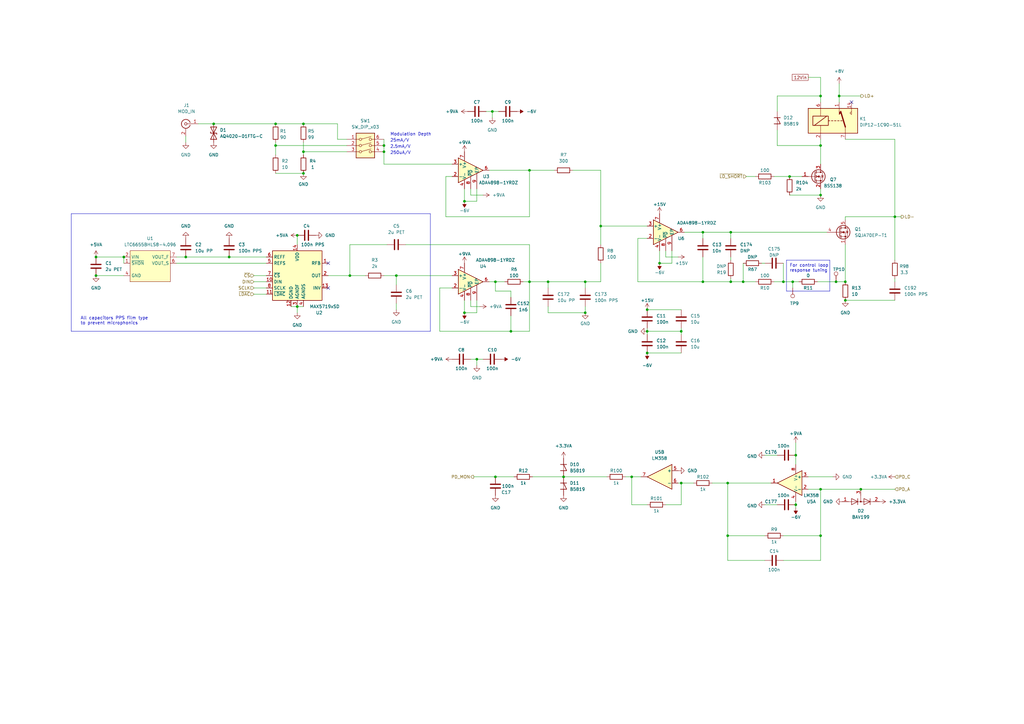
<source format=kicad_sch>
(kicad_sch (version 20230121) (generator eeschema)
  (paper "A3")
  (title_block (title "Kirdy") (date "2022-07-03") (rev "r0.1") (company "M-Labs") (comment 1 "Alex Wong Tat Hang"))
  (lib_symbols
    (symbol "Amplifier_Operational:ADA4898-1YRDZ" (pin_names (offset 0.127))
      (property "Reference" "U" (at 3.81 3.81 0))
      (property "Value" "ADA4898-1YRDZ" (at 11.43 -2.54 0))
      (symbol "ADA4898-1YRDZ_1_1"
        (pin input line (at -7.62 -2.54 0) (length 2.54) (name "-") (number "2"))
        (pin input line (at -7.62 2.54 0) (length 2.54) (name "+") (number "3"))
        (pin power_in line (at -2.54 -7.62 90) (length 3.81) (name "V-") (number "4"))
        (pin output line (at 7.62 0 180) (length 2.54) (name "~") (number "6"))
        (pin power_in line (at -2.54 7.62 270) (length 3.81) (name "V+") (number "7"))
        (pin input line (at 0 -7.62 90) (length 5.08) (name "~{PD}") (number "8"))
        (pin passive line (at 2.54 -7.62 90) (length 6.35) (name "EP") (number "9"))
      )
    )
    (symbol "Amplifier_Operational:LM358" (pin_names (offset 0.127))
      (property "Reference" "U" (at 0 5.08 0))
      (property "Value" "LM358" (at 0 -5.08 0))
      (symbol "LM358_1_1"
        (pin output line (at 7.62 0 180) (length 2.54) (name "~") (number "1"))
        (pin input line (at -7.62 -2.54 0) (length 2.54) (name "-") (number "2"))
        (pin input line (at -7.62 2.54 0) (length 2.54) (name "+") (number "3"))
      )
      (symbol "LM358_2_1"
        (pin input line (at -7.62 2.54 0) (length 2.54) (name "+") (number "5"))
        (pin input line (at -7.62 -2.54 0) (length 2.54) (name "-") (number "6"))
        (pin output line (at 7.62 0 180) (length 2.54) (name "~") (number "7"))
      )
      (symbol "LM358_3_1"
        (pin power_in line (at -2.54 -7.62 90) (length 3.81) (name "V-") (number "4"))
        (pin power_in line (at -2.54 7.62 270) (length 3.81) (name "V+") (number "8"))
      )
    )
    (symbol "Analog_DAC:MAX5719xSD"
      (property "Reference" "U" (at -10.16 11.43 0))
      (property "Value" "MAX5719xSD" (at 1.27 11.43 0))
      (symbol "MAX5719xSD_1_1"
        (pin passive line (at 12.7 5.08 180) (length 2.54) (name "RFB") (number "1"))
        (pin input line (at -12.7 -2.54 0) (length 2.54) (name "DIN") (number "10"))
        (pin input line (at -12.7 -7.62 0) (length 2.54) (name "~{LDAC}") (number "11"))
        (pin power_in line (at -2.54 -12.7 90) (length 2.54) (name "DGND") (number "12"))
        (pin passive line (at 12.7 -5.08 180) (length 2.54) (name "INV") (number "13"))
        (pin power_in line (at 0 12.7 270) (length 2.54) (name "VDD") (number "14"))
        (pin output line (at 12.7 0 180) (length 2.54) (name "OUT") (number "2"))
        (pin power_in line (at 0 -12.7 90) (length 2.54) (name "AGNDF") (number "3"))
        (pin power_in line (at 2.54 -12.7 90) (length 2.54) (name "AGNDS") (number "4"))
        (pin input line (at -12.7 5.08 0) (length 2.54) (name "REFS") (number "5"))
        (pin input line (at -12.7 7.62 0) (length 2.54) (name "REFF") (number "6"))
        (pin input line (at -12.7 0 0) (length 2.54) (name "~{CS}") (number "7"))
        (pin input line (at -12.7 -5.08 0) (length 2.54) (name "SCLK") (number "8"))
        (pin no_connect line (at 10.16 -7.62 180) (length 2.54) hide (name "NC") (number "9"))
      )
    )
    (symbol "Connector:Conn_Coaxial" (pin_names (offset 1.016) hide)
      (property "Reference" "J" (at 0.254 3.048 0))
      (property "Value" "Conn_Coaxial" (at 2.921 0 90))
      (symbol "Conn_Coaxial_1_1"
        (pin passive line (at -5.08 0 0) (length 2.54) (name "In") (number "1"))
        (pin passive line (at 0 -5.08 90) (length 2.54) (name "Ext") (number "2"))
      )
    )
    (symbol "Connector:TestPoint" (pin_numbers hide) (pin_names (offset 0.762) hide)
      (property "Reference" "TP" (at 0 6.858 0))
      (property "Value" "TestPoint" (at 0 5.08 0))
      (symbol "TestPoint_1_1"
        (pin passive line (at 0 0 90) (length 2.54) (name "1") (number "1"))
      )
    )
    (symbol "Device:C" (pin_numbers hide) (pin_names (offset 0.254))
      (property "Reference" "C" (at 0.635 2.54 0))
      (property "Value" "C" (at 0.635 -2.54 0))
      (symbol "C_1_1"
        (pin passive line (at 0 3.81 270) (length 2.794) (name "~") (number "1"))
        (pin passive line (at 0 -3.81 90) (length 2.794) (name "~") (number "2"))
      )
    )
    (symbol "Device:D_Shockley" (pin_numbers hide) (pin_names (offset 1.016) hide)
      (property "Reference" "D" (at 0 2.54 0))
      (property "Value" "D_Shockley" (at 0 -2.54 0))
      (symbol "D_Shockley_1_1"
        (pin passive line (at -3.81 0 0) (length 2.54) (name "K") (number "1"))
        (pin passive line (at 3.81 0 180) (length 2.54) (name "A") (number "2"))
      )
    )
    (symbol "Device:D_TVS" (pin_numbers hide) (pin_names (offset 1.016) hide)
      (property "Reference" "D" (at 0 2.54 0))
      (property "Value" "D_TVS" (at 0 -2.54 0))
      (symbol "D_TVS_1_1"
        (pin passive line (at -3.81 0 0) (length 2.54) (name "A1") (number "1"))
        (pin passive line (at 3.81 0 180) (length 2.54) (name "A2") (number "2"))
      )
    )
    (symbol "Device:R" (pin_numbers hide) (pin_names (offset 0))
      (property "Reference" "R" (at 2.032 0 90))
      (property "Value" "R" (at 0 0 90))
      (symbol "R_1_1"
        (pin passive line (at 0 3.81 270) (length 1.27) (name "~") (number "1"))
        (pin passive line (at 0 -3.81 90) (length 1.27) (name "~") (number "2"))
      )
    )
    (symbol "Diode:BAV99" (pin_names hide)
      (property "Reference" "D" (at 0 5.08 0))
      (property "Value" "BAV99" (at 0 2.54 0))
      (symbol "BAV99_1_1"
        (pin passive line (at -7.62 0 0) (length 2.54) (name "K") (number "1"))
        (pin passive line (at 7.62 0 180) (length 2.54) (name "A") (number "2"))
        (pin passive line (at 0 -5.08 90) (length 2.54) (name "K") (number "3"))
      )
    )
    (symbol "Relay:DIPxx-1Cxx-51x"
      (property "Reference" "K" (at 11.43 3.81 0))
      (property "Value" "DIPxx-1Cxx-51x" (at 11.43 1.27 0))
      (symbol "DIPxx-1Cxx-51x_1_1"
        (pin passive line (at 2.54 7.62 270) (length 2.54) (name "~") (number "1"))
        (pin passive line (at 7.62 7.62 270) (length 2.54) (name "~") (number "14"))
        (pin passive line (at -5.08 -7.62 90) (length 2.54) (name "~") (number "2"))
        (pin passive line (at -5.08 7.62 270) (length 2.54) (name "~") (number "6"))
        (pin passive line (at 5.08 -7.62 90) (length 2.54) (name "~") (number "7"))
        (pin passive line (at 5.08 -7.62 90) (length 2.54) hide (name "~") (number "8"))
      )
    )
    (symbol "Switch:SW_DIP_x03" (pin_names (offset 0) hide)
      (property "Reference" "SW" (at 0 8.89 0))
      (property "Value" "SW_DIP_x03" (at 0 -3.81 0))
      (symbol "SW_DIP_x03_1_1"
        (pin passive line (at -7.62 5.08 0) (length 5.08) (name "~") (number "1"))
        (pin passive line (at -7.62 2.54 0) (length 5.08) (name "~") (number "2"))
        (pin passive line (at -7.62 0 0) (length 5.08) (name "~") (number "3"))
        (pin passive line (at 7.62 0 180) (length 5.08) (name "~") (number "4"))
        (pin passive line (at 7.62 2.54 180) (length 5.08) (name "~") (number "5"))
        (pin passive line (at 7.62 5.08 180) (length 5.08) (name "~") (number "6"))
      )
    )
    (symbol "Transistor_FET:BSS138" (pin_names hide)
      (property "Reference" "Q" (at 5.08 1.905 0))
      (property "Value" "BSS138" (at 5.08 0 0))
      (symbol "BSS138_1_1"
        (pin input line (at -5.08 0 0) (length 2.54) (name "G") (number "1"))
        (pin passive line (at 2.54 -5.08 90) (length 2.54) (name "S") (number "2"))
        (pin passive line (at 2.54 5.08 270) (length 2.54) (name "D") (number "3"))
      )
    )
    (symbol "Transistor_FET:CSD17507Q5A" (pin_names hide)
      (property "Reference" "Q" (at 5.08 1.905 0))
      (property "Value" "CSD17507Q5A" (at 5.08 0 0))
      (symbol "CSD17507Q5A_1_1"
        (pin passive line (at 2.54 -5.08 90) (length 2.54) (name "S") (number "1"))
        (pin passive line (at 2.54 -5.08 90) (length 2.54) hide (name "S") (number "2"))
        (pin passive line (at 2.54 -5.08 90) (length 2.54) hide (name "S") (number "3"))
        (pin passive line (at -5.08 0 0) (length 2.54) (name "G") (number "4"))
        (pin passive line (at 2.54 5.08 270) (length 2.54) (name "D") (number "5"))
      )
    )
    (symbol "kirdy:LTC6655"
      (property "Reference" "U" (at 0 -10.16 0))
      (property "Value" "LTC6655" (at 0 -7.62 0))
      (symbol "LTC6655_0_0"
        (pin input line (at -10.16 2.54 0) (length 2.54) (name "~{SHDN}") (number "1"))
        (pin power_in line (at -10.16 5.08 0) (length 2.54) (name "VIN") (number "2"))
        (pin power_in line (at -10.16 -2.54 0) (length 2.54) hide (name "GND") (number "3"))
        (pin power_in line (at -10.16 -2.54 0) (length 2.54) (name "GND") (number "4"))
        (pin power_in line (at -10.16 -2.54 0) (length 2.54) hide (name "GND") (number "5"))
        (pin passive line (at 11.43 2.54 180) (length 2.54) (name "VOUT_S") (number "6"))
        (pin output line (at 11.43 5.08 180) (length 2.54) (name "VOUT_F") (number "7"))
        (pin power_in line (at -10.16 -2.54 0) (length 2.54) hide (name "GND") (number "8"))
      )
    )
    (symbol "power:+15V" (power) (pin_names (offset 0))
      (property "Value" "+15V" (at 0 3.556 0))
      (symbol "+15V_1_1"
        (pin power_in line (at 0 0 90) (length 0) hide (name "+15V") (number "1"))
      )
    )
    (symbol "power:+3.3VA" (power) (pin_names (offset 0))
      (property "Value" "+3.3VA" (at 0 3.556 0))
      (symbol "+3.3VA_1_1"
        (pin power_in line (at 0 0 90) (length 0) hide (name "+3.3VA") (number "1"))
      )
    )
    (symbol "power:+5VA" (power) (pin_names (offset 0))
      (property "Value" "+5VA" (at 0 3.556 0))
      (symbol "+5VA_1_1"
        (pin power_in line (at 0 0 90) (length 0) hide (name "+5VA") (number "1"))
      )
    )
    (symbol "power:+8V" (power) (pin_names (offset 0))
      (property "Value" "+8V" (at 0 3.556 0))
      (symbol "+8V_1_1"
        (pin power_in line (at 0 0 90) (length 0) hide (name "+8V") (number "1"))
      )
    )
    (symbol "power:+9VA" (power) (pin_names (offset 0))
      (property "Value" "+9VA" (at 0 3.81 0))
      (symbol "+9VA_1_1"
        (pin power_in line (at 0 0 90) (length 0) hide (name "+9VA") (number "1"))
      )
    )
    (symbol "power:-6V" (power) (pin_names (offset 0))
      (property "Value" "-6V" (at 0 3.81 0))
      (symbol "-6V_0_0"
        (pin power_in line (at 0 0 90) (length 0) hide (name "-6V") (number "1"))
      )
    )
    (symbol "power:GND" (power) (pin_names (offset 0))
      (property "Value" "GND" (at 0 -3.81 0))
      (symbol "GND_1_1"
        (pin power_in line (at 0 0 270) (length 0) hide (name "GND") (number "1"))
      )
    )
  )
  (junction (at 270.51 107.95))
  (junction (at 124.46 71.12))
  (junction (at 217.17 69.85))
  (junction (at 265.43 135.89))
  (junction (at 203.2 115.57))
  (junction (at 121.92 96.52))
  (junction (at 288.29 95.25))
  (junction (at 367.03 88.9))
  (junction (at 231.14 195.58))
  (junction (at 87.63 50.8))
  (junction (at 201.93 45.72))
  (junction (at 157.48 62.23))
  (junction (at 240.03 115.57))
  (junction (at 336.55 219.71))
  (junction (at 195.58 147.32))
  (junction (at 299.72 115.57))
  (junction (at 265.43 127))
  (junction (at 346.71 115.57))
  (junction (at 190.5 128.27))
  (junction (at 124.46 50.8))
  (junction (at 336.55 39.37))
  (junction (at 298.45 198.12))
  (junction (at 217.17 115.57))
  (junction (at 224.79 115.57))
  (junction (at 190.5 82.55))
  (junction (at 325.12 115.57))
  (junction (at 288.29 115.57))
  (junction (at 143.51 113.03))
  (junction (at 326.39 207.01))
  (junction (at 336.55 80.01))
  (junction (at 299.72 95.25))
  (junction (at 259.08 195.58))
  (junction (at 113.03 50.8))
  (junction (at 336.55 200.66))
  (junction (at 162.56 113.03))
  (junction (at 76.2 105.41))
  (junction (at 279.4 198.12))
  (junction (at 279.4 135.89))
  (junction (at 246.38 92.71))
  (junction (at 50.8 105.41))
  (junction (at 346.71 123.19))
  (junction (at 265.43 144.78))
  (junction (at 93.98 105.41))
  (junction (at 353.06 200.66))
  (junction (at 39.37 113.03))
  (junction (at 240.03 128.27))
  (junction (at 113.03 59.69))
  (junction (at 336.55 59.69))
  (junction (at 344.17 39.37))
  (junction (at 298.45 219.71))
  (junction (at 304.8 115.57))
  (junction (at 326.39 186.69))
  (junction (at 124.46 62.23))
  (junction (at 121.92 125.73))
  (junction (at 209.55 135.89))
  (junction (at 39.37 105.41))
  (junction (at 203.2 195.58))
  (junction (at 157.48 59.69))
  (junction (at 342.9 115.57))
  (junction (at 323.85 72.39))
  (junction (at 321.31 115.57))
  (no_connect (at 349.25 41.91))
  (no_connect (at 134.62 118.11))
  (no_connect (at 134.62 107.95))
  (wire (pts (xy 162.56 124.46) (xy 162.56 127)))
  (wire (pts (xy 104.14 113.03) (xy 109.22 113.03)))
  (wire (pts (xy 326.39 207.01) (xy 326.39 205.74)))
  (wire (pts (xy 298.45 219.71) (xy 313.69 219.71)))
  (wire (pts (xy 50.8 105.41) (xy 50.8 107.95)))
  (wire (pts (xy 157.48 59.69) (xy 157.48 62.23)))
  (wire (pts (xy 323.85 72.39) (xy 328.93 72.39)))
  (wire (pts (xy 217.17 115.57) (xy 224.79 115.57)))
  (wire (pts (xy 353.06 200.66) (xy 367.03 200.66)))
  (wire (pts (xy 113.03 71.12) (xy 124.46 71.12)))
  (wire (pts (xy 335.28 115.57) (xy 342.9 115.57)))
  (wire (pts (xy 288.29 95.25) (xy 299.72 95.25)))
  (wire (pts (xy 321.31 219.71) (xy 336.55 219.71)))
  (wire (pts (xy 318.77 59.69) (xy 336.55 59.69)))
  (wire (pts (xy 336.55 219.71) (xy 336.55 200.66)))
  (wire (pts (xy 325.12 118.11) (xy 325.12 115.57)))
  (wire (pts (xy 231.14 195.58) (xy 248.92 195.58)))
  (wire (pts (xy 240.03 115.57) (xy 246.38 115.57)))
  (wire (pts (xy 265.43 135.89) (xy 265.43 137.16)))
  (wire (pts (xy 346.71 90.17) (xy 346.71 88.9)))
  (wire (pts (xy 331.47 31.75) (xy 336.55 31.75)))
  (wire (pts (xy 166.37 100.33) (xy 217.17 100.33)))
  (wire (pts (xy 138.43 57.15) (xy 142.24 57.15)))
  (wire (pts (xy 278.13 198.12) (xy 279.4 198.12)))
  (wire (pts (xy 194.31 195.58) (xy 203.2 195.58)))
  (wire (pts (xy 76.2 58.42) (xy 76.2 55.88)))
  (wire (pts (xy 240.03 118.11) (xy 240.03 115.57)))
  (wire (pts (xy 288.29 95.25) (xy 288.29 97.79)))
  (wire (pts (xy 280.67 95.25) (xy 288.29 95.25)))
  (wire (pts (xy 193.04 125.73) (xy 196.85 125.73)))
  (wire (pts (xy 336.55 31.75) (xy 336.55 39.37)))
  (wire (pts (xy 124.46 58.42) (xy 124.46 62.23)))
  (wire (pts (xy 273.05 207.01) (xy 279.4 207.01)))
  (wire (pts (xy 246.38 107.95) (xy 246.38 115.57)))
  (wire (pts (xy 367.03 114.3) (xy 367.03 115.57)))
  (wire (pts (xy 299.72 95.25) (xy 339.09 95.25)))
  (wire (pts (xy 81.28 50.8) (xy 87.63 50.8)))
  (polyline (pts (xy 322.58 119.38) (xy 340.36 119.38)))
  (wire (pts (xy 104.14 118.11) (xy 109.22 118.11)))
  (wire (pts (xy 273.05 105.41) (xy 278.13 105.41)))
  (polyline (pts (xy 322.58 106.68) (xy 340.36 106.68)))
  (wire (pts (xy 318.77 53.34) (xy 318.77 59.69)))
  (wire (pts (xy 157.48 57.15) (xy 157.48 59.69)))
  (wire (pts (xy 299.72 105.41) (xy 299.72 106.68)))
  (wire (pts (xy 298.45 219.71) (xy 298.45 198.12)))
  (wire (pts (xy 76.2 105.41) (xy 93.98 105.41)))
  (wire (pts (xy 104.14 115.57) (xy 109.22 115.57)))
  (wire (pts (xy 113.03 58.42) (xy 113.03 59.69)))
  (wire (pts (xy 200.66 69.85) (xy 217.17 69.85)))
  (wire (pts (xy 201.93 45.72) (xy 201.93 48.26)))
  (wire (pts (xy 306.07 72.39) (xy 309.88 72.39)))
  (wire (pts (xy 224.79 115.57) (xy 240.03 115.57)))
  (wire (pts (xy 217.17 88.9) (xy 217.17 69.85)))
  (wire (pts (xy 209.55 135.89) (xy 217.17 135.89)))
  (wire (pts (xy 162.56 113.03) (xy 185.42 113.03)))
  (wire (pts (xy 157.48 113.03) (xy 162.56 113.03)))
  (wire (pts (xy 299.72 95.25) (xy 299.72 97.79)))
  (wire (pts (xy 217.17 135.89) (xy 217.17 115.57)))
  (wire (pts (xy 367.03 88.9) (xy 346.71 88.9)))
  (wire (pts (xy 313.69 229.87) (xy 298.45 229.87)))
  (wire (pts (xy 240.03 128.27) (xy 240.03 125.73)))
  (wire (pts (xy 313.69 207.01) (xy 318.77 207.01)))
  (wire (pts (xy 72.39 107.95) (xy 109.22 107.95)))
  (wire (pts (xy 336.55 57.15) (xy 336.55 59.69)))
  (wire (pts (xy 124.46 62.23) (xy 142.24 62.23)))
  (wire (pts (xy 214.63 115.57) (xy 217.17 115.57)))
  (wire (pts (xy 279.4 135.89) (xy 265.43 135.89)))
  (wire (pts (xy 201.93 45.72) (xy 204.47 45.72)))
  (wire (pts (xy 180.34 118.11) (xy 180.34 135.89)))
  (wire (pts (xy 256.54 195.58) (xy 259.08 195.58)))
  (wire (pts (xy 259.08 207.01) (xy 259.08 195.58)))
  (wire (pts (xy 195.58 82.55) (xy 195.58 77.47)))
  (wire (pts (xy 190.5 77.47) (xy 190.5 82.55)))
  (wire (pts (xy 195.58 128.27) (xy 195.58 123.19)))
  (wire (pts (xy 279.4 198.12) (xy 284.48 198.12)))
  (wire (pts (xy 143.51 100.33) (xy 143.51 113.03)))
  (wire (pts (xy 158.75 100.33) (xy 143.51 100.33)))
  (polyline (pts (xy 29.21 87.63) (xy 176.53 87.63)))
  (wire (pts (xy 346.71 123.19) (xy 367.03 123.19)))
  (wire (pts (xy 342.9 115.57) (xy 346.71 115.57)))
  (wire (pts (xy 218.44 195.58) (xy 231.14 195.58)))
  (wire (pts (xy 195.58 147.32) (xy 198.12 147.32)))
  (wire (pts (xy 87.63 50.8) (xy 113.03 50.8)))
  (wire (pts (xy 304.8 107.95) (xy 304.8 115.57)))
  (wire (pts (xy 193.04 77.47) (xy 193.04 80.01)))
  (wire (pts (xy 113.03 50.8) (xy 124.46 50.8)))
  (wire (pts (xy 336.55 39.37) (xy 336.55 41.91)))
  (wire (pts (xy 190.5 82.55) (xy 195.58 82.55)))
  (wire (pts (xy 193.04 147.32) (xy 195.58 147.32)))
  (wire (pts (xy 203.2 195.58) (xy 210.82 195.58)))
  (wire (pts (xy 321.31 115.57) (xy 325.12 115.57)))
  (wire (pts (xy 246.38 69.85) (xy 246.38 92.71)))
  (wire (pts (xy 270.51 107.95) (xy 275.59 107.95)))
  (wire (pts (xy 199.39 45.72) (xy 201.93 45.72)))
  (wire (pts (xy 344.17 39.37) (xy 344.17 41.91)))
  (wire (pts (xy 185.42 72.39) (xy 182.88 72.39)))
  (polyline (pts (xy 340.36 119.38) (xy 340.36 106.68)))
  (wire (pts (xy 292.1 198.12) (xy 298.45 198.12)))
  (wire (pts (xy 72.39 105.41) (xy 76.2 105.41)))
  (wire (pts (xy 259.08 195.58) (xy 262.89 195.58)))
  (wire (pts (xy 180.34 135.89) (xy 209.55 135.89)))
  (wire (pts (xy 298.45 198.12) (xy 316.23 198.12)))
  (wire (pts (xy 193.04 123.19) (xy 193.04 125.73)))
  (wire (pts (xy 134.62 113.03) (xy 143.51 113.03)))
  (wire (pts (xy 209.55 119.38) (xy 203.2 119.38)))
  (wire (pts (xy 93.98 105.41) (xy 109.22 105.41)))
  (wire (pts (xy 317.5 115.57) (xy 321.31 115.57)))
  (wire (pts (xy 367.03 57.15) (xy 346.71 57.15)))
  (wire (pts (xy 234.95 69.85) (xy 246.38 69.85)))
  (wire (pts (xy 39.37 105.41) (xy 50.8 105.41)))
  (wire (pts (xy 326.39 181.61) (xy 326.39 186.69)))
  (wire (pts (xy 39.37 113.03) (xy 50.8 113.03)))
  (wire (pts (xy 369.57 88.9) (xy 367.03 88.9)))
  (wire (pts (xy 318.77 39.37) (xy 336.55 39.37)))
  (wire (pts (xy 190.5 128.27) (xy 195.58 128.27)))
  (wire (pts (xy 124.46 62.23) (xy 124.46 63.5)))
  (wire (pts (xy 270.51 102.87) (xy 270.51 107.95)))
  (polyline (pts (xy 29.21 87.63) (xy 29.21 135.89)))
  (wire (pts (xy 325.12 115.57) (xy 327.66 115.57)))
  (wire (pts (xy 113.03 59.69) (xy 142.24 59.69)))
  (wire (pts (xy 261.62 115.57) (xy 261.62 97.79)))
  (wire (pts (xy 298.45 229.87) (xy 298.45 219.71)))
  (wire (pts (xy 121.92 96.52) (xy 121.92 100.33)))
  (wire (pts (xy 273.05 102.87) (xy 273.05 105.41)))
  (wire (pts (xy 157.48 67.31) (xy 185.42 67.31)))
  (polyline (pts (xy 322.58 106.68) (xy 322.58 119.38)))
  (wire (pts (xy 217.17 69.85) (xy 227.33 69.85)))
  (wire (pts (xy 331.47 195.58) (xy 341.63 195.58)))
  (wire (pts (xy 336.55 59.69) (xy 336.55 67.31)))
  (wire (pts (xy 304.8 115.57) (xy 309.88 115.57)))
  (wire (pts (xy 344.17 39.37) (xy 353.06 39.37)))
  (wire (pts (xy 288.29 115.57) (xy 261.62 115.57)))
  (wire (pts (xy 182.88 88.9) (xy 217.17 88.9)))
  (wire (pts (xy 119.38 125.73) (xy 121.92 125.73)))
  (wire (pts (xy 246.38 92.71) (xy 265.43 92.71)))
  (wire (pts (xy 367.03 88.9) (xy 367.03 106.68)))
  (wire (pts (xy 104.14 120.65) (xy 109.22 120.65)))
  (wire (pts (xy 326.39 208.28) (xy 326.39 207.01)))
  (wire (pts (xy 318.77 45.72) (xy 318.77 39.37)))
  (wire (pts (xy 143.51 113.03) (xy 149.86 113.03)))
  (wire (pts (xy 193.04 80.01) (xy 198.12 80.01)))
  (wire (pts (xy 246.38 92.71) (xy 246.38 100.33)))
  (polyline (pts (xy 29.21 135.89) (xy 176.53 135.89)))
  (wire (pts (xy 224.79 125.73) (xy 224.79 128.27)))
  (wire (pts (xy 299.72 114.3) (xy 299.72 115.57)))
  (wire (pts (xy 367.03 57.15) (xy 367.03 88.9)))
  (wire (pts (xy 313.69 186.69) (xy 318.77 186.69)))
  (wire (pts (xy 321.31 229.87) (xy 336.55 229.87)))
  (wire (pts (xy 190.5 123.19) (xy 190.5 128.27)))
  (wire (pts (xy 326.39 186.69) (xy 326.39 190.5)))
  (wire (pts (xy 224.79 118.11) (xy 224.79 115.57)))
  (wire (pts (xy 331.47 200.66) (xy 336.55 200.66)))
  (wire (pts (xy 203.2 119.38) (xy 203.2 115.57)))
  (wire (pts (xy 321.31 107.95) (xy 321.31 115.57)))
  (wire (pts (xy 336.55 229.87) (xy 336.55 219.71)))
  (wire (pts (xy 209.55 129.54) (xy 209.55 135.89)))
  (wire (pts (xy 279.4 134.62) (xy 279.4 135.89)))
  (wire (pts (xy 344.17 34.29) (xy 344.17 39.37)))
  (wire (pts (xy 312.42 107.95) (xy 313.69 107.95)))
  (wire (pts (xy 323.85 80.01) (xy 336.55 80.01)))
  (wire (pts (xy 113.03 59.69) (xy 113.03 63.5)))
  (wire (pts (xy 121.92 125.73) (xy 121.92 128.27)))
  (wire (pts (xy 217.17 100.33) (xy 217.17 115.57)))
  (wire (pts (xy 279.4 135.89) (xy 279.4 137.16)))
  (wire (pts (xy 162.56 113.03) (xy 162.56 116.84)))
  (wire (pts (xy 279.4 207.01) (xy 279.4 198.12)))
  (wire (pts (xy 157.48 62.23) (xy 157.48 67.31)))
  (wire (pts (xy 346.71 100.33) (xy 346.71 115.57)))
  (wire (pts (xy 124.46 50.8) (xy 138.43 50.8)))
  (wire (pts (xy 203.2 115.57) (xy 207.01 115.57)))
  (wire (pts (xy 336.55 77.47) (xy 336.55 80.01)))
  (wire (pts (xy 317.5 72.39) (xy 323.85 72.39)))
  (wire (pts (xy 185.42 118.11) (xy 180.34 118.11)))
  (wire (pts (xy 265.43 134.62) (xy 265.43 135.89)))
  (wire (pts (xy 224.79 128.27) (xy 240.03 128.27)))
  (wire (pts (xy 265.43 127) (xy 279.4 127)))
  (wire (pts (xy 336.55 200.66) (xy 353.06 200.66)))
  (wire (pts (xy 288.29 115.57) (xy 299.72 115.57)))
  (wire (pts (xy 209.55 121.92) (xy 209.55 119.38)))
  (wire (pts (xy 265.43 144.78) (xy 279.4 144.78)))
  (wire (pts (xy 200.66 115.57) (xy 203.2 115.57)))
  (wire (pts (xy 138.43 50.8) (xy 138.43 57.15)))
  (wire (pts (xy 275.59 107.95) (xy 275.59 102.87)))
  (wire (pts (xy 288.29 105.41) (xy 288.29 115.57)))
  (wire (pts (xy 195.58 147.32) (xy 195.58 149.86)))
  (wire (pts (xy 299.72 115.57) (xy 304.8 115.57)))
  (polyline (pts (xy 176.53 135.89) (xy 176.53 87.63)))
  (wire (pts (xy 265.43 207.01) (xy 259.08 207.01)))
  (wire (pts (xy 121.92 125.73) (xy 124.46 125.73)))
  (wire (pts (xy 182.88 72.39) (xy 182.88 88.9)))
  (wire (pts (xy 261.62 97.79) (xy 265.43 97.79)))
  (text "250uA/V" (at 160.02 63.5 0) (effects (font (size 1.27 1.27)) (justify left bottom)))
  (text "All capacitors PPS film type\nto prevent microphonics " (at 33.02 133.35 0) (effects (font (size 1.27 1.27)) (justify left bottom)))
  (text "2.5mA/V" (at 160.02 60.96 0) (effects (font (size 1.27 1.27)) (justify left bottom)))
  (text "For control loop\nresponse tuning" (at 323.85 111.76 0) (effects (font (size 1.27 1.27)) (justify left bottom)))
  (text "25mA/V" (at 160.02 58.42 0) (effects (font (size 1.27 1.27)) (justify left bottom)))
  (text "Modulation Depth" (at 160.02 55.88 0) (effects (font (size 1.27 1.27)) (justify left bottom)))
  (global_label "12Vin" (shape passive) (at 331.47 31.75 180) (property "Intersheetrefs" "${INTERSHEET_REFS}" (effects hide)))
  (hierarchical_label "~{LDAC}" (shape input) (at 104.14 120.65 180))
  (hierarchical_label "~{LD_SHORT}" (shape input) (at 306.07 72.39 180))
  (hierarchical_label "LD+" (shape output) (at 353.06 39.37 0))
  (hierarchical_label "SCLK" (shape input) (at 104.14 118.11 180))
  (hierarchical_label "PD_MON" (shape output) (at 194.31 195.58 180))
  (hierarchical_label "PD_C" (shape input) (at 367.03 195.58 0))
  (hierarchical_label "PD_A" (shape input) (at 367.03 200.66 0))
  (hierarchical_label "DIN" (shape input) (at 104.14 115.57 180))
  (hierarchical_label "LD-" (shape output) (at 369.57 88.9 0))
  (hierarchical_label "~{CS}" (shape input) (at 104.14 113.03 180))
  (symbol (lib_id "Connector:TestPoint") (at 342.9 115.57 0) (unit 1)
    (property "Reference" "TP10" (at 341.63 110.49 0) (effects (justify left)))
    (property "Value" "TestPoint" (effects hide))
    (property "Footprint" "TestPoint:TestPoint_Pad_2.0x2.0mm" (effects hide))
  )
  (symbol (lib_id "Amplifier_Operational:LM358") (at 328.93 198.12 0) (unit 3)
    (property "Reference" "U5" (effects hide))
    (property "Value" "LM358" (effects hide))
    (property "Footprint" "Package_SO:SOIC-8_3.9x4.9mm_P1.27mm" (effects hide))
    (property "Datasheet" "http://www.ti.com/lit/ds/symlink/lm2904-n.pdf" (effects hide))
  )
  (symbol (lib_id "Device:R") (at 299.72 110.49 180) (unit 1)
    (property "Reference" "R19" (at 295.91 111.76 0))
    (property "Value" "DNP" (at 295.91 109.22 0))
    (property "Footprint" "Resistor_SMD:R_0603_1608Metric" (effects hide))
  )
  (symbol (lib_id "Diode:BAV99") (at 353.06 205.74 0) (mirror x) (unit 1)
    (property "Reference" "D2" (at 353.06 209.55 0))
    (property "Value" "BAV199" (at 353.06 212.09 0))
    (property "Footprint" "Package_TO_SOT_SMD:SOT-23" (effects hide))
    (property "Datasheet" "https://assets.nexperia.com/documents/data-sheet/BAV99_SER.pdf" (effects hide))
    (property "MFR_PN" "BAV199W-7" (effects hide))
    (property "MFR_PN_ALT" "BAV199E6327HTSA1" (effects hide))
  )
  (symbol (lib_id "power:+3.3VA") (at 367.03 195.58 90) (unit 1)
    (property "Reference" "#PWR0173" (effects hide))
    (property "Value" "+3.3VA" (at 356.87 195.58 90) (effects (justify right)))
  )
  (symbol (lib_id "power:GND") (at 313.69 186.69 270) (unit 1)
    (property "Reference" "#PWR0130" (effects hide))
    (property "Value" "GND" (at 310.5151 187.1238 90) (effects (justify right)))
  )
  (symbol (lib_id "power:GND") (at 345.44 205.74 270) (unit 1)
    (property "Reference" "#PWR036" (effects hide))
    (property "Value" "GND" (at 341.63 205.7399 90) (effects (justify right)))
  )
  (symbol (lib_id "Device:R") (at 323.85 76.2 180) (unit 1)
    (property "Reference" "R104" (at 326.39 74.9299 0) (effects (justify right)))
    (property "Value" "2k" (at 326.39 77.4699 0) (effects (justify right)))
    (property "Footprint" "Resistor_SMD:R_0603_1608Metric" (effects hide))
    (property "MFR_PN" "RC0603FR-072KL" (effects hide))
    (property "MFR_PN_ALT" "ERJ-3EKF2001V" (effects hide))
  )
  (symbol (lib_id "power:GND") (at 336.55 80.01 0) (unit 1)
    (property "Reference" "#PWR0171" (effects hide))
    (property "Value" "GND" (at 336.55 85.09 0))
  )
  (symbol (lib_id "power:+3.3VA") (at 231.14 187.96 0) (unit 1)
    (property "Reference" "#PWR032" (effects hide))
    (property "Value" "+3.3VA" (at 231.14 182.88 0))
  )
  (symbol (lib_id "power:-6V") (at 212.09 45.72 270) (unit 1)
    (property "Reference" "#PWR022" (effects hide))
    (property "Value" "-6V" (at 215.9 45.7199 90) (effects (justify left)))
  )
  (symbol (lib_id "Device:C") (at 162.56 100.33 90) (unit 1)
    (property "Reference" "C5" (at 162.56 92.71 90))
    (property "Value" "2u PET" (at 162.56 95.25 90))
    (property "Footprint" "Capacitor_SMD:C_1812_4532Metric" (effects hide))
    (property "MFR_PN" "35MU225MC14532" (effects hide))
  )
  (symbol (lib_id "power:+15V") (at 265.43 127 0) (unit 1)
    (property "Reference" "#PWR028" (effects hide))
    (property "Value" "+15V" (at 265.43 123.19 0))
  )
  (symbol (lib_id "Device:R") (at 331.47 115.57 90) (unit 1)
    (property "Reference" "R11" (at 331.47 118.11 90))
    (property "Value" "0" (at 331.47 113.03 90))
    (property "Footprint" "Resistor_SMD:R_0603_1608Metric" (effects hide))
    (property "MFR_PN" "RMCF0603ZT0R00" (effects hide))
    (property "MFR_PN_ALT" "CR0603-J/-000ELF" (effects hide))
  )
  (symbol (lib_id "power:-6V") (at 205.74 147.32 270) (unit 1)
    (property "Reference" "#PWR023" (effects hide))
    (property "Value" "-6V" (at 209.55 147.3199 90) (effects (justify left)))
  )
  (symbol (lib_id "Device:C") (at 208.28 45.72 90) (unit 1)
    (property "Reference" "C9" (at 208.28 41.91 90))
    (property "Value" "100n" (at 208.28 49.53 90))
    (property "Footprint" "Capacitor_SMD:C_0603_1608Metric" (effects hide))
    (property "MFR_PN" "CL10B104KB8NNWC" (effects hide))
    (property "MFR_PN_ALT" "CL10B104KB8NNNL" (effects hide))
  )
  (symbol (lib_id "Device:R") (at 269.24 207.01 90) (unit 1)
    (property "Reference" "R101" (at 269.24 204.47 90))
    (property "Value" "1k" (at 269.24 209.55 90))
    (property "Footprint" "Resistor_SMD:R_0603_1608Metric" (effects hide))
    (property "MFR_PN" "RNCP0603FTD1K00" (effects hide))
    (property "MFR_PN_ALT" "WR06X1001FTL" (effects hide))
  )
  (symbol (lib_id "Device:R") (at 346.71 119.38 0) (unit 1)
    (property "Reference" "R13" (at 349.25 118.11 0) (effects (justify left)))
    (property "Value" "10" (at 349.25 120.65 0) (effects (justify left)))
    (property "Footprint" "Package_TO_SOT_THT:TO-220-2_Horizontal_TabDown" (effects hide))
    (property "Datasheet" "https://www.alpha-elec.co.jp/w2img/2022100715510167015-PD(EN)_final_10Jan2018.pdf" (effects hide))
    (property "MFR_PN" "PDY10R000F" (effects hide))
  )
  (symbol (lib_id "Relay:DIPxx-1Cxx-51x") (at 341.63 49.53 0) (unit 1)
    (property "Reference" "K1" (at 352.552 48.6953 0) (effects (justify left)))
    (property "Value" "DIP12-1C90-51L" (at 352.552 51.2322 0) (effects (justify left)))
    (property "Footprint" "Relay_THT:Relay_StandexMeder_DIP_LowProfile" (effects hide))
    (property "Datasheet" "https://standexelectronics.com/wp-content/uploads/datasheet_reed_relay_DIP.pdf" (effects hide))
  )
  (symbol (lib_id "Amplifier_Operational:LM358") (at 270.51 195.58 0) (mirror y) (unit 2)
    (property "Reference" "U5" (at 270.51 185.42 0))
    (property "Value" "LM358" (at 270.51 187.96 0))
    (property "Footprint" "Package_SO:SOIC-8_3.9x4.9mm_P1.27mm" (effects hide))
    (property "Datasheet" "http://www.ti.com/lit/ds/symlink/lm2904-n.pdf" (effects hide))
  )
  (symbol (lib_id "power:+5VA") (at 39.37 105.41 0) (unit 1)
    (property "Reference" "#PWR01" (effects hide))
    (property "Value" "+5VA" (at 39.37 100.33 0))
  )
  (symbol (lib_id "Device:C") (at 279.4 140.97 0) (unit 1)
    (property "Reference" "C16" (at 283.21 139.6999 0) (effects (justify left)))
    (property "Value" "10u" (at 283.21 142.2399 0) (effects (justify left)))
    (property "Footprint" "Capacitor_SMD:C_0805_2012Metric" (effects hide))
    (property "MFR_PN" "CL21B106KOQNNNG" (effects hide))
    (property "MFR_PN_ALT" "CL21B106KOQNNNE" (effects hide))
  )
  (symbol (lib_id "Device:C") (at 76.2 101.6 0) (unit 1)
    (property "Reference" "C2" (at 80.01 100.3299 0) (effects (justify left)))
    (property "Value" "10u PP" (at 80.01 102.8699 0) (effects (justify left)))
    (property "Footprint" "Capacitor_SMD:C_1812_4532Metric" (effects hide))
    (property "MFR_PN" "16MU106MC44532" (effects hide))
  )
  (symbol (lib_id "Connector:TestPoint") (at 325.12 118.11 180) (unit 1)
    (property "Reference" "TP9" (at 327.66 124.46 0) (effects (justify left)))
    (property "Value" "TestPoint" (effects hide))
    (property "Footprint" "TestPoint:TestPoint_Pad_2.0x2.0mm" (effects hide))
  )
  (symbol (lib_id "Device:C") (at 299.72 101.6 0) (unit 1)
    (property "Reference" "C174" (at 303.53 100.3299 0) (effects (justify left)))
    (property "Value" "DNP" (at 303.53 102.8699 0) (effects (justify left)))
    (property "Footprint" "Capacitor_SMD:C_0603_1608Metric" (effects hide))
  )
  (symbol (lib_id "Device:R") (at 313.69 115.57 90) (unit 1)
    (property "Reference" "R10" (at 313.69 118.11 90))
    (property "Value" "100" (at 313.69 113.03 90))
    (property "Footprint" "Resistor_SMD:R_0603_1608Metric" (effects hide))
    (property "MFR_PN" "WR06X1000FTL" (effects hide))
    (property "MFR_PN_ALT" "RMCF0603FT100R" (effects hide))
  )
  (symbol (lib_id "Device:R") (at 367.03 110.49 180) (unit 1)
    (property "Reference" "R98" (at 370.84 109.22 0))
    (property "Value" "3.3" (at 370.84 111.76 0))
    (property "Footprint" "Resistor_SMD:R_0603_1608Metric" (effects hide))
  )
  (symbol (lib_id "power:GND") (at 121.92 128.27 0) (unit 1)
    (property "Reference" "#PWR06" (effects hide))
    (property "Value" "GND" (at 121.92 133.35 0))
  )
  (symbol (lib_id "Amplifier_Operational:ADA4898-1YRDZ") (at 273.05 95.25 0) (unit 1)
    (property "Reference" "U6" (at 279.4 97.79 0))
    (property "Value" "ADA4898-1YRDZ" (at 285.75 91.44 0))
    (property "Footprint" "Package_SO:SOIC-8-1EP_3.9x4.9mm_P1.27mm_EP2.29x3mm" (effects hide))
    (property "Datasheet" "https://www.analog.com/media/en/technical-documentation/data-sheets/ada4898-1_4898-2.pdf" (effects hide))
    (property "MFR_PN" "ADA4898-1YRDZ" (effects hide))
  )
  (symbol (lib_id "Device:C") (at 288.29 101.6 0) (unit 1)
    (property "Reference" "C13" (at 292.1 100.3299 0) (effects (justify left)))
    (property "Value" "10n" (at 292.1 102.8699 0) (effects (justify left)))
    (property "Footprint" "Capacitor_SMD:C_0603_1608Metric" (effects hide))
    (property "MFR_PN" "0603B103K500CT" (effects hide))
    (property "MFR_PN_ALT" "CL10B103KB8NNNC" (effects hide))
  )
  (symbol (lib_id "Device:C") (at 322.58 207.01 90) (unit 1)
    (property "Reference" "C177" (at 318.77 205.74 90) (effects (justify left)))
    (property "Value" "100n" (at 323.85 203.2 90) (effects (justify left)))
    (property "Footprint" "Capacitor_SMD:C_0603_1608Metric" (effects hide))
    (property "MFR_PN" "CL10B104KB8NNWC" (effects hide))
    (property "MFR_PN_ALT" "CL10B104KB8NNNL" (effects hide))
  )
  (symbol (lib_id "Device:C") (at 367.03 119.38 0) (unit 1)
    (property "Reference" "C192" (at 370.84 118.1099 0) (effects (justify left)))
    (property "Value" "100n PPS" (at 370.84 120.6499 0) (effects (justify left)))
    (property "Footprint" "Capacitor_SMD:C_1210_3225Metric" (effects hide))
    (property "MFR_PN" "ECH-U1C104JX5" (effects hide))
  )
  (symbol (lib_id "Device:R") (at 288.29 198.12 90) (unit 1)
    (property "Reference" "R102" (at 288.29 195.58 90))
    (property "Value" "1k" (at 288.29 200.66 90))
    (property "Footprint" "Resistor_SMD:R_0603_1608Metric" (effects hide))
    (property "MFR_PN" "RNCP0603FTD1K00" (effects hide))
    (property "MFR_PN_ALT" "WR06X1001FTL" (effects hide))
  )
  (symbol (lib_id "power:GND") (at 341.63 195.58 90) (unit 1)
    (property "Reference" "#PWR0172" (effects hide))
    (property "Value" "GND" (at 345.44 195.5799 90) (effects (justify right)))
  )
  (symbol (lib_id "Device:R") (at 246.38 104.14 180) (unit 1)
    (property "Reference" "R8" (at 248.92 102.8699 0) (effects (justify right)))
    (property "Value" "100" (at 248.92 105.4099 0) (effects (justify right)))
    (property "Footprint" "Resistor_SMD:R_0603_1608Metric" (effects hide))
    (property "MFR_PN" "RT0603FRE07300RL" (effects hide))
    (property "MFR_PN_ALT" "RC0603FR-10300RL" (effects hide))
  )
  (symbol (lib_id "power:GND") (at 129.54 96.52 90) (unit 1)
    (property "Reference" "#PWR07" (effects hide))
    (property "Value" "GND" (at 133.35 96.5199 90) (effects (justify right)))
  )
  (symbol (lib_id "Device:R") (at 113.03 67.31 180) (unit 1)
    (property "Reference" "R2" (at 116.84 66.04 0))
    (property "Value" "10" (at 116.84 68.58 0))
    (property "Footprint" "Resistor_SMD:R_0603_1608Metric" (effects hide))
    (property "MFR_PN" "RT0603BRD0710RL" (effects hide))
    (property "MFR_PN_ALT" "WR06X10R0FTL" (effects hide))
  )
  (symbol (lib_id "power:GND") (at 39.37 113.03 0) (unit 1)
    (property "Reference" "#PWR02" (effects hide))
    (property "Value" "GND" (at 39.37 118.11 0))
  )
  (symbol (lib_id "power:GND") (at 76.2 97.79 180) (unit 1)
    (property "Reference" "#PWR03" (effects hide))
    (property "Value" "GND" (at 76.2 92.71 0))
  )
  (symbol (lib_id "power:GND") (at 313.69 207.01 270) (unit 1)
    (property "Reference" "#PWR037" (effects hide))
    (property "Value" "GND" (at 310.5151 207.4438 90) (effects (justify right)))
  )
  (symbol (lib_id "Device:C") (at 317.5 229.87 90) (unit 1)
    (property "Reference" "C14" (at 317.5 226.06 90))
    (property "Value" "100n" (at 317.5 233.68 90))
    (property "Footprint" "Capacitor_SMD:C_0603_1608Metric" (effects hide))
    (property "MFR_PN" "GCM1885C1H162FA16D" (effects hide))
    (property "MFR_PN_ALT" "C0603C162J5GAC7867" (effects hide))
  )
  (symbol (lib_id "Device:R") (at 214.63 195.58 90) (unit 1)
    (property "Reference" "R12" (at 214.63 193.04 90))
    (property "Value" "1k" (at 214.63 198.12 90))
    (property "Footprint" "Resistor_SMD:R_0603_1608Metric" (effects hide))
    (property "MFR_PN" "RNCP0603FTD1K00" (effects hide))
    (property "MFR_PN_ALT" "WR06X1001FTL" (effects hide))
  )
  (symbol (lib_id "Device:C") (at 203.2 199.39 180) (unit 1)
    (property "Reference" "C17" (at 209.55 201.93 0) (effects (justify left)))
    (property "Value" "100n" (at 210.82 199.39 0) (effects (justify left)))
    (property "Footprint" "Capacitor_SMD:C_0603_1608Metric" (effects hide))
    (property "MFR_PN" "CL10B104KB8NNWC" (effects hide))
    (property "MFR_PN_ALT" "CL10B104KB8NNNL" (effects hide))
  )
  (symbol (lib_id "power:GND") (at 278.13 193.04 90) (unit 1)
    (property "Reference" "#PWR033" (effects hide))
    (property "Value" "GND" (at 281.94 193.0399 90) (effects (justify right)))
  )
  (symbol (lib_id "Device:C") (at 224.79 121.92 0) (unit 1)
    (property "Reference" "C172" (at 228.6 120.6499 0) (effects (justify left)))
    (property "Value" "10u PP" (at 228.6 123.1899 0) (effects (justify left)))
    (property "Footprint" "Capacitor_SMD:C_1812_4532Metric" (effects hide))
    (property "MFR_PN" "16MU106MC44532" (effects hide))
  )
  (symbol (lib_id "Switch:SW_DIP_x03") (at 149.86 62.23 0) (unit 1)
    (property "Reference" "SW1" (at 149.86 49.53 0))
    (property "Value" "SW_DIP_x03" (at 149.86 52.07 0))
    (property "Footprint" "Button_Switch_SMD:SW_DIP_SPSTx03_Slide_Omron_A6S-310x_W8.9mm_P2.54mm" (effects hide))
    (property "MFR_PN" "A6SN-3104" (effects hide))
    (property "MFR_PN_ALT" "A6S-3102" (effects hide))
  )
  (symbol (lib_id "Amplifier_Operational:ADA4898-1YRDZ") (at 193.04 115.57 0) (unit 1)
    (property "Reference" "U4" (at 198.12 109.22 0))
    (property "Value" "ADA4898-1YRDZ" (at 203.2 106.68 0))
    (property "Footprint" "Package_SO:SOIC-8-1EP_3.9x4.9mm_P1.27mm_EP2.29x3mm" (effects hide))
    (property "Datasheet" "https://www.analog.com/media/en/technical-documentation/data-sheets/ada4898-1_4898-2.pdf" (effects hide))
    (property "MFR_PN" "ADA4898-1YRDZ" (effects hide))
  )
  (symbol (lib_id "power:GND") (at 265.43 135.89 270) (unit 1)
    (property "Reference" "#PWR029" (effects hide))
    (property "Value" "GND" (at 261.62 135.8899 90) (effects (justify right)))
  )
  (symbol (lib_id "Device:C") (at 265.43 140.97 0) (unit 1)
    (property "Reference" "C12" (at 269.24 139.6999 0) (effects (justify left)))
    (property "Value" "100n" (at 269.24 142.2399 0) (effects (justify left)))
    (property "Footprint" "Capacitor_SMD:C_0603_1608Metric" (effects hide))
    (property "MFR_PN" "CL10B104KB8NNWC" (effects hide))
    (property "MFR_PN_ALT" "CL10B104KB8NNNL" (effects hide))
  )
  (symbol (lib_id "power:GND") (at 162.56 127 0) (unit 1)
    (property "Reference" "#PWR09" (effects hide))
    (property "Value" "GND" (at 162.56 132.08 0))
  )
  (symbol (lib_id "Device:R") (at 153.67 113.03 90) (unit 1)
    (property "Reference" "R3" (at 153.67 106.68 90))
    (property "Value" "2k" (at 153.67 109.22 90))
    (property "Footprint" "Resistor_SMD:R_0603_1608Metric" (effects hide))
    (property "MFR_PN" "RC0603FR-072KL" (effects hide))
    (property "MFR_PN_ALT" "ERJ-3EKF2001V" (effects hide))
  )
  (symbol (lib_id "Device:C") (at 209.55 125.73 180) (unit 1)
    (property "Reference" "C152" (at 214.63 124.46 0))
    (property "Value" "1n6" (at 214.63 127 0))
    (property "Footprint" "Capacitor_SMD:C_0603_1608Metric" (effects hide))
    (property "MFR_PN" "GCM1885C1H162FA16D" (effects hide))
    (property "MFR_PN_ALT" "C0603C162J5GAC7867" (effects hide))
  )
  (symbol (lib_id "Device:C") (at 201.93 147.32 90) (unit 1)
    (property "Reference" "C10" (at 201.93 143.51 90))
    (property "Value" "100n" (at 201.93 151.13 90))
    (property "Footprint" "Capacitor_SMD:C_0603_1608Metric" (effects hide))
    (property "MFR_PN" "CL10B104KB8NNWC" (effects hide))
    (property "MFR_PN_ALT" "CL10B104KB8NNNL" (effects hide))
  )
  (symbol (lib_id "power:+9VA") (at 198.12 80.01 270) (unit 1)
    (property "Reference" "#PWR020" (effects hide))
    (property "Value" "+9VA" (at 201.93 80.0099 90) (effects (justify left)))
  )
  (symbol (lib_id "Device:R") (at 124.46 54.61 0) (unit 1)
    (property "Reference" "R5" (at 126.238 53.7753 0) (effects (justify left)))
    (property "Value" "99" (at 126.238 56.3122 0) (effects (justify left)))
    (property "Footprint" "Resistor_SMD:R_0603_1608Metric" (effects hide))
  )
  (symbol (lib_id "Device:C") (at 317.5 107.95 90) (unit 1)
    (property "Reference" "C175" (at 317.5 102.0912 90))
    (property "Value" "DNP" (at 317.5 104.6281 90))
    (property "Footprint" "Capacitor_SMD:C_0603_1608Metric" (effects hide))
  )
  (symbol (lib_id "power:-6V") (at 190.5 128.27 180) (unit 1)
    (property "Reference" "#PWR017" (effects hide))
    (property "Value" "-6V" (at 190.5 132.08 0))
  )
  (symbol (lib_id "power:+15V") (at 278.13 105.41 270) (unit 1)
    (property "Reference" "#PWR027" (effects hide))
    (property "Value" "+15V" (at 276.86 107.95 90) (effects (justify left)))
  )
  (symbol (lib_id "Device:C") (at 279.4 130.81 0) (unit 1)
    (property "Reference" "C15" (at 283.21 129.5399 0) (effects (justify left)))
    (property "Value" "10u" (at 283.21 132.0799 0) (effects (justify left)))
    (property "Footprint" "Capacitor_SMD:C_0805_2012Metric" (effects hide))
    (property "MFR_PN" "CL21B106KOQNNNG" (effects hide))
    (property "MFR_PN_ALT" "CL21B106KOQNNNE" (effects hide))
  )
  (symbol (lib_id "Device:R") (at 308.61 107.95 90) (unit 1)
    (property "Reference" "R67" (at 308.61 110.49 90))
    (property "Value" "DNP" (at 308.61 105.41 90))
    (property "Footprint" "Resistor_SMD:R_0603_1608Metric" (effects hide))
  )
  (symbol (lib_id "power:+9VA") (at 191.77 45.72 90) (unit 1)
    (property "Reference" "#PWR011" (effects hide))
    (property "Value" "+9VA" (at 187.96 45.7199 90) (effects (justify left)))
  )
  (symbol (lib_id "Device:R") (at 313.69 72.39 90) (unit 1)
    (property "Reference" "R103" (at 313.69 74.93 90))
    (property "Value" "100" (at 313.69 69.85 90))
    (property "Footprint" "Resistor_SMD:R_0603_1608Metric" (effects hide))
    (property "MFR_PN" "WR06X1000FTL" (effects hide))
    (property "MFR_PN_ALT" "RMCF0603FT100R" (effects hide))
  )
  (symbol (lib_id "power:GND") (at 124.46 71.12 0) (unit 1)
    (property "Reference" "#PWR012" (effects hide))
    (property "Value" "GND" (at 124.46 75.5634 0))
  )
  (symbol (lib_id "Device:C") (at 322.58 186.69 90) (unit 1)
    (property "Reference" "C176" (at 318.77 185.42 90) (effects (justify left)))
    (property "Value" "100n" (at 323.85 182.88 90) (effects (justify left)))
    (property "Footprint" "Capacitor_SMD:C_0603_1608Metric" (effects hide))
    (property "MFR_PN" "CL10B104KB8NNWC" (effects hide))
    (property "MFR_PN_ALT" "CL10B104KB8NNNL" (effects hide))
  )
  (symbol (lib_id "Device:R") (at 231.14 69.85 90) (unit 1)
    (property "Reference" "R7" (at 231.14 63.5 90))
    (property "Value" "300" (at 231.14 66.04 90))
    (property "Footprint" "Resistor_SMD:R_0603_1608Metric" (effects hide))
    (property "MFR_PN" "WR06X1000FTL" (effects hide))
    (property "MFR_PN_ALT" "RMCF0603FT100R" (effects hide))
  )
  (symbol (lib_id "power:+9VA") (at 185.42 147.32 90) (unit 1)
    (property "Reference" "#PWR013" (effects hide))
    (property "Value" "+9VA" (at 181.61 147.3199 90) (effects (justify left)))
  )
  (symbol (lib_id "Device:D_Shockley") (at 231.14 199.39 270) (unit 1)
    (property "Reference" "D11" (at 233.68 198.1199 90) (effects (justify left)))
    (property "Value" "B5819" (at 233.68 200.6599 90) (effects (justify left)))
    (property "Footprint" "Diode_SMD:D_SOD-323" (effects hide))
    (property "MFR_PN" "B5819WS-TP" (effects hide))
  )
  (symbol (lib_id "power:GND") (at 87.63 58.42 0) (unit 1)
    (property "Reference" "#PWR010" (effects hide))
    (property "Value" "GND" (at 87.63 63.5 0))
  )
  (symbol (lib_id "Device:R") (at 113.03 54.61 0) (unit 1)
    (property "Reference" "R1" (at 114.808 53.7753 0) (effects (justify left)))
    (property "Value" "90" (at 114.808 56.3122 0) (effects (justify left)))
    (property "Footprint" "Resistor_SMD:R_0603_1608Metric" (effects hide))
  )
  (symbol (lib_id "power:+9VA") (at 196.85 125.73 270) (unit 1)
    (property "Reference" "#PWR021" (effects hide))
    (property "Value" "+9VA" (at 200.66 125.7299 90) (effects (justify left)))
  )
  (symbol (lib_id "power:GND") (at 346.71 123.19 0) (unit 1)
    (property "Reference" "#PWR039" (effects hide))
    (property "Value" "GND" (at 346.71 128.27 0))
  )
  (symbol (lib_id "power:+3.3VA") (at 360.68 205.74 270) (unit 1)
    (property "Reference" "#PWR040" (effects hide))
    (property "Value" "+3.3VA" (at 364.49 205.7399 90) (effects (justify left)))
  )
  (symbol (lib_id "Device:R") (at 124.46 67.31 180) (unit 1)
    (property "Reference" "R4" (at 128.27 66.04 0))
    (property "Value" "1" (at 128.27 68.58 0))
    (property "Footprint" "Resistor_SMD:R_0603_1608Metric" (effects hide))
    (property "MFR_PN" "ERJ-3RQF1R0V" (effects hide))
    (property "MFR_PN_ALT" "CRCW06031R00FKEAC" (effects hide))
  )
  (symbol (lib_id "Device:C") (at 39.37 109.22 0) (unit 1)
    (property "Reference" "C1" (at 43.18 107.9499 0) (effects (justify left)))
    (property "Value" "2u PET" (at 43.18 110.4899 0) (effects (justify left)))
    (property "Footprint" "Capacitor_SMD:C_1812_4532Metric" (effects hide))
    (property "MFR_PN" "35MU225MC14532" (effects hide))
  )
  (symbol (lib_id "power:+8V") (at 344.17 34.29 0) (unit 1)
    (property "Reference" "#PWR038" (effects hide))
    (property "Value" "+8V" (at 344.17 29.21 0))
  )
  (symbol (lib_id "power:GND") (at 240.03 128.27 0) (unit 1)
    (property "Reference" "#PWR034" (effects hide))
    (property "Value" "GND" (at 240.03 132.7134 0))
  )
  (symbol (lib_id "power:GND") (at 195.58 149.86 0) (unit 1)
    (property "Reference" "#PWR019" (effects hide))
    (property "Value" "GND" (at 195.58 154.94 0))
  )
  (symbol (lib_id "Amplifier_Operational:ADA4898-1YRDZ") (at 193.04 69.85 0) (unit 1)
    (property "Reference" "U3" (at 199.39 72.39 0))
    (property "Value" "ADA4898-1YRDZ" (at 204.47 74.93 0))
    (property "Footprint" "Package_SO:SOIC-8-1EP_3.9x4.9mm_P1.27mm_EP2.29x3mm" (effects hide))
    (property "Datasheet" "https://www.analog.com/media/en/technical-documentation/data-sheets/ada4898-1_4898-2.pdf" (effects hide))
    (property "MFR_PN" "ADA4898-1YRDZ" (effects hide))
  )
  (symbol (lib_id "power:-6V") (at 190.5 82.55 180) (unit 1)
    (property "Reference" "#PWR015" (effects hide))
    (property "Value" "-6V" (at 190.5 86.36 0))
  )
  (symbol (lib_id "power:GND") (at 203.2 203.2 0) (unit 1)
    (property "Reference" "#PWR024" (effects hide))
    (property "Value" "GND" (at 203.2 208.28 0))
  )
  (symbol (lib_id "power:GND") (at 201.93 48.26 0) (unit 1)
    (property "Reference" "#PWR018" (effects hide))
    (property "Value" "GND" (at 201.93 53.34 0))
  )
  (symbol (lib_id "power:GND") (at 93.98 97.79 180) (unit 1)
    (property "Reference" "#PWR04" (effects hide))
    (property "Value" "GND" (at 93.98 92.71 0))
  )
  (symbol (lib_id "Device:R") (at 252.73 195.58 90) (unit 1)
    (property "Reference" "R100" (at 252.73 193.04 90))
    (property "Value" "1k" (at 252.73 198.12 90))
    (property "Footprint" "Resistor_SMD:R_0603_1608Metric" (effects hide))
    (property "MFR_PN" "RNCP0603FTD1K00" (effects hide))
    (property "MFR_PN_ALT" "WR06X1001FTL" (effects hide))
  )
  (symbol (lib_id "power:GND") (at 76.2 58.42 0) (unit 1)
    (property "Reference" "#PWR08" (effects hide))
    (property "Value" "GND" (at 76.2 63.5 0))
  )
  (symbol (lib_id "Device:C") (at 265.43 130.81 0) (unit 1)
    (property "Reference" "C11" (at 269.24 129.5399 0) (effects (justify left)))
    (property "Value" "100n" (at 269.24 132.0799 0) (effects (justify left)))
    (property "Footprint" "Capacitor_SMD:C_0603_1608Metric" (effects hide))
    (property "MFR_PN" "CL10B104KB8NNWC" (effects hide))
    (property "MFR_PN_ALT" "CL10B104KB8NNNL" (effects hide))
  )
  (symbol (lib_id "Device:R") (at 210.82 115.57 90) (unit 1)
    (property "Reference" "R6" (at 210.82 110.49 90))
    (property "Value" "100" (at 210.82 113.03 90))
    (property "Footprint" "Resistor_SMD:R_0603_1608Metric" (effects hide))
    (property "MFR_PN" "RT0603FRE07300RL" (effects hide))
    (property "MFR_PN_ALT" "RC0603FR-10300RL" (effects hide))
  )
  (symbol (lib_id "Device:C") (at 195.58 45.72 90) (unit 1)
    (property "Reference" "C7" (at 195.58 41.91 90))
    (property "Value" "100n" (at 195.58 49.53 90))
    (property "Footprint" "Capacitor_SMD:C_0603_1608Metric" (effects hide))
    (property "MFR_PN" "CL10B104KB8NNWC" (effects hide))
    (property "MFR_PN_ALT" "CL10B104KB8NNNL" (effects hide))
  )
  (symbol (lib_id "Transistor_FET:CSD17507Q5A") (at 344.17 95.25 0) (unit 1)
    (property "Reference" "Q1" (at 350.52 93.9799 0) (effects (justify left)))
    (property "Value" "SQJA70EP-T1" (at 350.52 96.5199 0) (effects (justify left)))
    (property "Footprint" "Package_TO_SOT_SMD:TDSON-8-1" (effects hide))
    (property "MFR_PN" "SQJA70EP-T1_GE3" (effects hide))
  )
  (symbol (lib_id "Amplifier_Operational:LM358") (at 323.85 198.12 0) (mirror y) (unit 1)
    (property "Reference" "U5" (at 332.74 205.74 0))
    (property "Value" "LM358" (at 332.74 203.2 0))
    (property "Footprint" "Package_SO:SOIC-8_3.9x4.9mm_P1.27mm" (effects hide))
    (property "Datasheet" "http://www.ti.com/lit/ds/symlink/lm2904-n.pdf" (effects hide))
  )
  (symbol (lib_id "power:-6V") (at 270.51 107.95 180) (unit 1)
    (property "Reference" "#PWR026" (effects hide))
    (property "Value" "-6V" (at 270.51 111.76 0))
  )
  (symbol (lib_id "Device:D_Shockley") (at 318.77 49.53 270) (unit 1)
    (property "Reference" "D12" (at 321.31 48.2599 90) (effects (justify left)))
    (property "Value" "B5819" (at 321.31 50.7999 90) (effects (justify left)))
    (property "Footprint" "Diode_SMD:D_SOD-323" (effects hide))
    (property "MFR_PN" "B5819WS-TP" (effects hide))
  )
  (symbol (lib_id "power:+9VA") (at 326.39 181.61 0) (unit 1)
    (property "Reference" "#PWR0165" (effects hide))
    (property "Value" "+9VA" (at 326.39 177.8 0))
  )
  (symbol (lib_id "Device:R") (at 317.5 219.71 90) (unit 1)
    (property "Reference" "R9" (at 317.5 217.17 90))
    (property "Value" "1k" (at 317.5 222.25 90))
    (property "Footprint" "Resistor_SMD:R_0603_1608Metric" (effects hide))
    (property "MFR_PN" "RNCP0603FTD1K00" (effects hide))
    (property "MFR_PN_ALT" "WR06X1001FTL" (effects hide))
  )
  (symbol (lib_id "Device:C") (at 189.23 147.32 90) (unit 1)
    (property "Reference" "C8" (at 189.23 143.51 90))
    (property "Value" "100n" (at 189.23 151.13 90))
    (property "Footprint" "Capacitor_SMD:C_0603_1608Metric" (effects hide))
    (property "MFR_PN" "CL10B104KB8NNWC" (effects hide))
    (property "MFR_PN_ALT" "CL10B104KB8NNNL" (effects hide))
  )
  (symbol (lib_id "power:-6V") (at 265.43 144.78 180) (unit 1)
    (property "Reference" "#PWR030" (effects hide))
    (property "Value" "-6V" (at 265.43 149.86 0))
  )
  (symbol (lib_id "Device:D_TVS") (at 87.63 54.61 90) (unit 1)
    (property "Reference" "D1" (at 90.17 53.3399 90) (effects (justify right)))
    (property "Value" "AQ4020-01FTG-C" (at 90.17 55.8799 90) (effects (justify right)))
    (property "Footprint" "Diode_SMD:D_SOD-323" (effects hide))
    (property "MFR_PN" "AQ4020-01FTG-C" (effects hide))
  )
  (symbol (lib_id "power:+9VA") (at 190.5 107.95 0) (unit 1)
    (property "Reference" "#PWR016" (effects hide))
    (property "Value" "+9VA" (at 190.5 104.14 0))
  )
  (symbol (lib_id "Device:C") (at 125.73 96.52 90) (unit 1)
    (property "Reference" "C4" (at 125.73 92.71 90))
    (property "Value" "100n PPS" (at 128.27 100.33 90))
    (property "Footprint" "Capacitor_SMD:C_1210_3225Metric" (effects hide))
    (property "MFR_PN" "ECH-U1C104JX5" (effects hide))
  )
  (symbol (lib_id "power:+9VA") (at 190.5 62.23 0) (unit 1)
    (property "Reference" "#PWR014" (effects hide))
    (property "Value" "+9VA" (at 190.5 58.42 0))
  )
  (symbol (lib_id "Device:C") (at 162.56 120.65 0) (unit 1)
    (property "Reference" "C6" (at 166.37 119.3799 0) (effects (justify left)))
    (property "Value" "2u PET" (at 166.37 121.9199 0) (effects (justify left)))
    (property "Footprint" "Capacitor_SMD:C_1812_4532Metric" (effects hide))
    (property "MFR_PN" "35MU225MC14532" (effects hide))
  )
  (symbol (lib_id "kirdy:LTC6655") (at 60.96 110.49 0) (unit 1)
    (property "Reference" "U1" (at 61.595 97.79 0))
    (property "Value" "LTC6655BHLS8-4.096" (at 61.595 100.33 0))
    (property "Footprint" "kirdy:LCC127P500X500X155-8N" (effects hide))
    (property "Datasheet" "https://www.analog.com/media/en/technical-documentation/data-sheets/ltc6655-6655ln.pdf" (effects hide))
    (property "MFR_PN" "LTC6655BHLS8-4.096" (effects hide))
  )
  (symbol (lib_id "power:GND") (at 231.14 203.2 0) (unit 1)
    (property "Reference" "#PWR031" (effects hide))
    (property "Value" "GND" (at 231.14 208.28 0))
  )
  (symbol (lib_id "Analog_DAC:MAX5719xSD") (at 121.92 113.03 0) (unit 1)
    (property "Reference" "U2" (at 129.54 128.27 0) (effects (justify left)))
    (property "Value" "MAX5719xSD" (at 127 125.73 0) (effects (justify left)))
    (property "Footprint" "Package_SO:SOIC-14_3.9x8.7mm_P1.27mm" (effects hide))
    (property "Datasheet" "https://datasheets.maximintegrated.com/en/ds/MAX5717-MAX5719.pdf" (effects hide))
    (property "MFR_PN" "MAX5719AGSD+" (effects hide))
    (property "MFR_PN_ALT" "MAX5719GSD+" (effects hide))
  )
  (symbol (lib_id "Device:C") (at 240.03 121.92 0) (unit 1)
    (property "Reference" "C173" (at 243.84 120.6499 0) (effects (justify left)))
    (property "Value" "100n PPS" (at 243.84 123.1899 0) (effects (justify left)))
    (property "Footprint" "Capacitor_SMD:C_1210_3225Metric" (effects hide))
    (property "MFR_PN" "ECH-U1C104JX5" (effects hide))
  )
  (symbol (lib_id "Device:D_Shockley") (at 231.14 191.77 270) (unit 1)
    (property "Reference" "D10" (at 233.68 190.4999 90) (effects (justify left)))
    (property "Value" "B5819" (at 233.68 193.0399 90) (effects (justify left)))
    (property "Footprint" "Diode_SMD:D_SOD-323" (effects hide))
    (property "MFR_PN" "B5819WS-TP" (effects hide))
  )
  (symbol (lib_id "power:+15V") (at 270.51 87.63 0) (unit 1)
    (property "Reference" "#PWR025" (effects hide))
    (property "Value" "+15V" (at 270.51 83.82 0))
  )
  (symbol (lib_id "Transistor_FET:BSS138") (at 334.01 72.39 0) (unit 1)
    (property "Reference" "Q7" (at 340.36 73.66 0) (effects (justify left)))
    (property "Value" "BSS138" (at 337.82 76.2 0) (effects (justify left)))
    (property "Footprint" "Package_TO_SOT_SMD:SOT-23" (effects hide))
    (property "Datasheet" "https://www.onsemi.com/pub/Collateral/BSS138-D.PDF" (effects hide))
    (property "MFR_PN" "BSS138W-TP" (effects hide))
    (property "MFR_PN_ALT" "BSS138W-7-F" (effects hide))
  )
  (symbol (lib_id "Device:C") (at 93.98 101.6 0) (unit 1)
    (property "Reference" "C3" (at 97.79 100.3299 0) (effects (justify left)))
    (property "Value" "100n PPS" (at 97.79 102.8699 0) (effects (justify left)))
    (property "Footprint" "Capacitor_SMD:C_1210_3225Metric" (effects hide))
    (property "MFR_PN" "ECH-U1C104JX5" (effects hide))
  )
  (symbol (lib_id "power:-6V") (at 326.39 208.28 180) (unit 1)
    (property "Reference" "#PWR0169" (effects hide))
    (property "Value" "-6V" (at 326.39 212.09 0))
  )
  (symbol (lib_id "power:+5VA") (at 121.92 96.52 90) (unit 1)
    (property "Reference" "#PWR05" (effects hide))
    (property "Value" "+5VA" (at 113.03 96.52 90) (effects (justify right)))
  )
  (symbol (lib_id "Connector:Conn_Coaxial") (at 76.2 50.8 0) (mirror y) (unit 1)
    (property "Reference" "J1" (at 76.5174 43.18 0))
    (property "Value" "MOD_IN" (at 76.5174 45.72 0))
    (property "Footprint" "Connector_Coaxial:SMA_Amphenol_132203-12_Horizontal" (effects hide))
    (property "Datasheet" " ~" (effects hide))
    (property "MFR_PN" "132203-12" (effects hide))
  )
)
</source>
